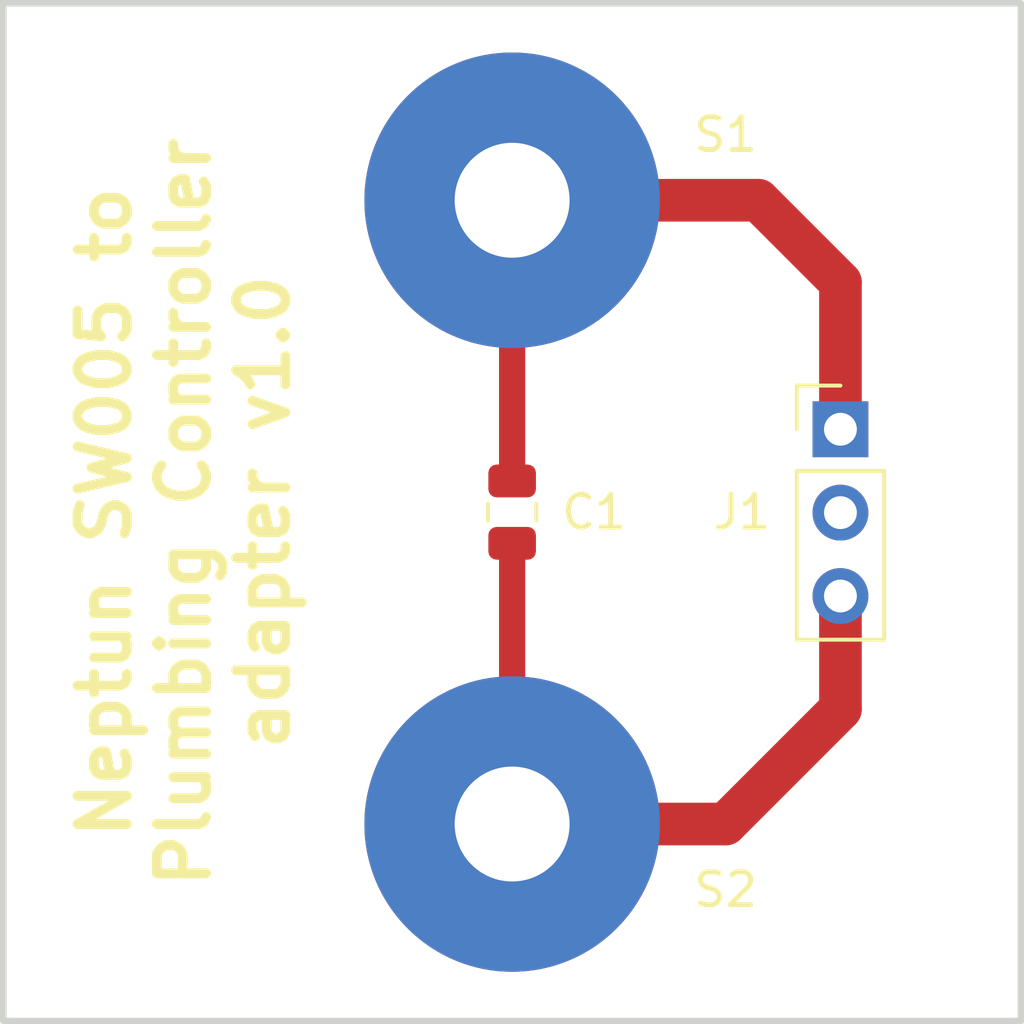
<source format=kicad_pcb>
(kicad_pcb (version 20211014) (generator pcbnew)
  (layers (0 "F.Cu" signal) (31 "B.Cu" signal) (34 "B.Paste" user) (35 "F.Paste" user) (36 "B.SilkS" user "B.Silkscreen") (37 "F.SilkS" user "F.Silkscreen") (38 "B.Mask" user) (39 "F.Mask" user) (44 "Edge.Cuts" user))
  (net 0 "")
  (net 1 "Net-(C1-Pad1)")
  (net 2 "Net-(C1-Pad2)")
  (footprint "neptun_sw005:Sensor Point" (layer "F.Cu") (at 180 110.5)
    (fp_text reference "S1" (at 6.5 -2 unlocked) (layer "F.SilkS"))
    (fp_text value "Sensor In 1")
    (pad "1" thru_hole circle (at 0 0) (size 9 9) (drill 3.5) (layers *.Cu *.Mask) (net 1 "Net-(C1-Pad1)"))
  )
  (footprint "Capacitor_SMD:C_0805_2012Metric" (layer "F.Cu") (at 180 120 -90)
    (fp_text reference "C1" (at 0 -2.5 180) (layer "F.SilkS"))
    (fp_text value "0.1")
    (fp_line (start -0.261252 -0.735) (end 0.261252 -0.735) (layer "F.SilkS") (width 0.12))
    (fp_line (start -0.261252 0.735) (end 0.261252 0.735) (layer "F.SilkS") (width 0.12))
    (pad "1" smd roundrect (at -0.95 0 270) (size 1 1.45) (layers "F.Cu" "F.Paste" "F.Mask") (net 1 "Net-(C1-Pad1)"))
    (pad "2" smd roundrect (at 0.95 0 270) (size 1 1.45) (layers "F.Cu" "F.Paste" "F.Mask") (net 2 "Net-(C1-Pad2)"))
  )
  (footprint "neptun_sw005:Sensor Point" (layer "F.Cu") (at 180 129.5)
    (fp_text reference "S2" (at 6.5 2 unlocked) (layer "F.SilkS"))
    (fp_text value "Sensor In 2")
    (pad "1" thru_hole circle (at 0 0) (size 9 9) (drill 3.5) (layers *.Cu *.Mask) (net 2 "Net-(C1-Pad2)"))
  )
  (footprint "Connector_PinHeader_2.54mm:PinHeader_1x03_P2.54mm_Vertical" (layer "F.Cu") (at 190 117.475)
    (fp_text reference "J1" (at -3 2.525) (layer "F.SilkS"))
    (fp_text value "Sensor Out")
    (fp_line (start -1.33 1.27) (end -1.33 6.41) (layer "F.SilkS") (width 0.12))
    (fp_line (start -1.33 6.41) (end 1.33 6.41) (layer "F.SilkS") (width 0.12))
    (fp_line (start -1.33 1.27) (end 1.33 1.27) (layer "F.SilkS") (width 0.12))
    (fp_line (start -1.33 -1.33) (end 0 -1.33) (layer "F.SilkS") (width 0.12))
    (fp_line (start 1.33 1.27) (end 1.33 6.41) (layer "F.SilkS") (width 0.12))
    (fp_line (start -1.33 0) (end -1.33 -1.33) (layer "F.SilkS") (width 0.12))
    (pad "1" thru_hole rect (at 0 0) (size 1.7 1.7) (drill 1) (layers *.Cu *.Mask) (net 1 "Net-(C1-Pad1)"))
    (pad "2" thru_hole oval (at 0 2.54) (size 1.7 1.7) (drill 1) (layers *.Cu *.Mask))
    (pad "3" thru_hole oval (at 0 5.08) (size 1.7 1.7) (drill 1) (layers *.Cu *.Mask) (net 2 "Net-(C1-Pad2)"))
  )
  (gr_rect (start 164.5 104.5) (end 195.5 135.5) (layer "Edge.Cuts") (width 0.2) (fill none))
  (gr_text "Neptun SW005 to\nPlumbing Controller\nadapter v1.0" (at 170 120 90) (layer "F.SilkS") (effects (font (size 1.5 1.5) (thickness 0.3))))
  (segment (start 180 119.05) (end 180 110.5) (width 0.8) (layer "F.Cu") (net 1))
  (segment (start 187.5 110.5) (end 190 113) (width 1.3) (layer "F.Cu") (net 1))
  (segment (start 180 110.5) (end 187.5 110.5) (width 1.3) (layer "F.Cu") (net 1))
  (segment (start 190 113) (end 190 117.475) (width 1.3) (layer "F.Cu") (net 1))
  (segment (start 190 126) (end 190 122.555) (width 1.3) (layer "F.Cu") (net 2))
  (segment (start 180 129.5) (end 186.5 129.5) (width 1.3) (layer "F.Cu") (net 2))
  (segment (start 180 120.95) (end 180 129.5) (width 0.8) (layer "F.Cu") (net 2))
  (segment (start 186.5 129.5) (end 190 126) (width 1.3) (layer "F.Cu") (net 2))
)
</source>
